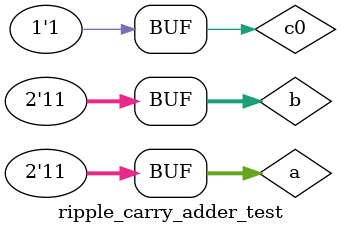
<source format=v>
`timescale 1ns / 1ps


module ripple_carry_adder_test;

	// Inputs
	reg [1:0] a;
	reg [1:0] b;
	reg c0;

	// Outputs
	wire c2;
	wire [1:0] s;

	// Instantiate the Unit Under Test (UUT)
	ripple_carry_adder uut (
		.a(a), 
		.b(b), 
		.c0(c0), 
		.c2(c2), 
		.s(s)
	);

	initial begin
		// Initialize Inputs
		a = 2'b00;
		b = 2'b00;
		c0 = 0;

		// Wait 100 ns for global reset to finish
		#100;
        
		// Add stimulus here
		a = 2'b00;
		b = 2'b01;
		c0 = 0;
		
		#100 a = 2'b00; b = 2'b10; c0 = 0;
		#100 a = 2'b00; b = 2'b11; c0 = 0;
		#100 a = 2'b01; b = 2'b00; c0 = 0;
		#100 a = 2'b01; b = 2'b01; c0 = 0;
		#100 a = 2'b01; b = 2'b10; c0 = 0;
		#100 a = 2'b01; b = 2'b11; c0 = 0;
		#100 a = 2'b10; b = 2'b00; c0 = 0;
		#100 a = 2'b10; b = 2'b01; c0 = 0;
		#100 a = 2'b10; b = 2'b10; c0 = 0;
		#100 a = 2'b10; b = 2'b11; c0 = 0;
		#100 a = 2'b11; b = 2'b00; c0 = 0;
		#100 a = 2'b11; b = 2'b01; c0 = 0;
		#100 a = 2'b11; b = 2'b10; c0 = 0;
		#100 a = 2'b11; b = 2'b11; c0 = 0;
		
		#100 a = 2'b00; b = 2'b00; c0 = 1;
		#100 a = 2'b00; b = 2'b01; c0 = 1;
		#100 a = 2'b00; b = 2'b10; c0 = 1;
		#100 a = 2'b00; b = 2'b11; c0 = 1;
		#100 a = 2'b01; b = 2'b00; c0 = 1;
		#100 a = 2'b01; b = 2'b01; c0 = 1;
		#100 a = 2'b01; b = 2'b10; c0 = 1;
		#100 a = 2'b01; b = 2'b11; c0 = 1;
		#100 a = 2'b10; b = 2'b00; c0 = 1;
		#100 a = 2'b10; b = 2'b01; c0 = 1;
		#100 a = 2'b10; b = 2'b10; c0 = 1;
		#100 a = 2'b10; b = 2'b11; c0 = 1;
		#100 a = 2'b11; b = 2'b00; c0 = 1;
		#100 a = 2'b11; b = 2'b01; c0 = 1;
		#100 a = 2'b11; b = 2'b10; c0 = 1;
		#100 a = 2'b11; b = 2'b11; c0 = 1;
		
	end
      
endmodule


</source>
